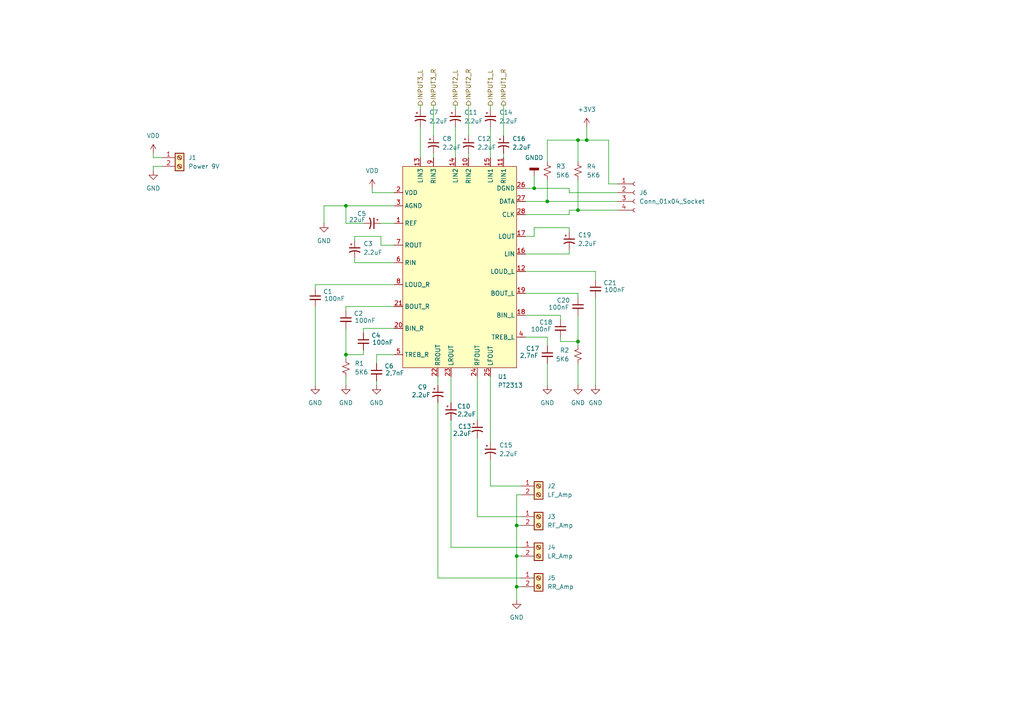
<source format=kicad_sch>
(kicad_sch (version 20250114) (generator "eeschema") (generator_version "9.0")
  (paper "A4")
  (lib_symbols
    (symbol "Connector:Conn_01x04_Socket" (pin_names (offset 1.016) (hide yes))
      (property "Reference" "J" (at 0 5.08 0))
      (property "Value" "Conn_01x04_Socket" (at 0 -7.62 0))
      (symbol "Conn_01x04_Socket_1_1"
        (polyline (pts (xy -1.27 2.54) (xy -0.508 2.54)) (stroke (width 0.1524)))
        (polyline (pts (xy -1.27 0) (xy -0.508 0)) (stroke (width 0.1524)))
        (polyline (pts (xy -1.27 -2.54) (xy -0.508 -2.54)) (stroke (width 0.1524)))
        (polyline (pts (xy -1.27 -5.08) (xy -0.508 -5.08)) (stroke (width 0.1524)))
        (arc (start 0 2.032) (mid -0.5058 2.54) (end 0 3.048) (stroke (width 0.1524)))
        (arc (start 0 -0.508) (mid -0.5058 0) (end 0 0.508) (stroke (width 0.1524)))
        (arc (start 0 -3.048) (mid -0.5058 -2.54) (end 0 -2.032) (stroke (width 0.1524)))
        (arc (start 0 -5.588) (mid -0.5058 -5.08) (end 0 -4.572) (stroke (width 0.1524)))
        (pin passive line (at -5.08 2.54 0) (length 3.81) (name "Pin_1") (number "1"))
        (pin passive line (at -5.08 0 0) (length 3.81) (name "Pin_2") (number "2"))
        (pin passive line (at -5.08 -2.54 0) (length 3.81) (name "Pin_3") (number "3"))
        (pin passive line (at -5.08 -5.08 0) (length 3.81) (name "Pin_4") (number "4"))
      )
    )
    (symbol "Connector:Screw_Terminal_01x02" (pin_names (offset 1.016) (hide yes))
      (property "Reference" "J" (at 0 2.54 0))
      (property "Value" "Screw_Terminal_01x02" (at 0 -5.08 0))
      (symbol "Screw_Terminal_01x02_1_1"
        (rectangle (start -1.27 1.27) (end 1.27 -3.81) (stroke (width 0.254)) (fill (type background)))
        (polyline (pts (xy -0.5334 0.3302) (xy 0.3302 -0.508)) (stroke (width 0.1524)))
        (polyline (pts (xy -0.5334 -2.2098) (xy 0.3302 -3.048)) (stroke (width 0.1524)))
        (polyline (pts (xy -0.3556 0.508) (xy 0.508 -0.3302)) (stroke (width 0.1524)))
        (polyline (pts (xy -0.3556 -2.032) (xy 0.508 -2.8702)) (stroke (width 0.1524)))
        (circle (center 0 0) (radius 0.635) (stroke (width 0.1524)))
        (circle (center 0 -2.54) (radius 0.635) (stroke (width 0.1524)))
        (pin passive line (at -5.08 0 0) (length 3.81) (name "Pin_1") (number "1"))
        (pin passive line (at -5.08 -2.54 0) (length 3.81) (name "Pin_2") (number "2"))
      )
    )
    (symbol "Device:C_Polarized_Small_US" (pin_numbers (hide yes)) (pin_names (offset 0.254) (hide yes))
      (property "Reference" "C" (at 0.254 1.778 0))
      (property "Value" "C_Polarized_Small_US" (at 0.254 -2.032 0))
      (symbol "C_Polarized_Small_US_0_1"
        (polyline (pts (xy -1.524 0.508) (xy 1.524 0.508)) (stroke (width 0.3048)))
        (polyline (pts (xy -1.27 1.524) (xy -0.762 1.524)))
        (polyline (pts (xy -1.016 1.27) (xy -1.016 1.778)))
        (arc (start -1.524 -0.762) (mid 0 -0.3734) (end 1.524 -0.762) (stroke (width 0.3048)))
      )
      (symbol "C_Polarized_Small_US_1_1"
        (pin passive line (at 0 2.54 270) (length 2.032) (name "~") (number "1"))
        (pin passive line (at 0 -2.54 90) (length 2.032) (name "~") (number "2"))
      )
    )
    (symbol "Device:C_Small" (pin_numbers (hide yes)) (pin_names (offset 0.254) (hide yes))
      (property "Reference" "C" (at 0.254 1.778 0))
      (property "Value" "C_Small" (at 0.254 -2.032 0))
      (symbol "C_Small_0_1"
        (polyline (pts (xy -1.524 0.508) (xy 1.524 0.508)) (stroke (width 0.3048)))
        (polyline (pts (xy -1.524 -0.508) (xy 1.524 -0.508)) (stroke (width 0.3302)))
      )
      (symbol "C_Small_1_1"
        (pin passive line (at 0 2.54 270) (length 2.032) (name "~") (number "1"))
        (pin passive line (at 0 -2.54 90) (length 2.032) (name "~") (number "2"))
      )
    )
    (symbol "Device:R_Small_US" (pin_numbers (hide yes)) (pin_names (offset 0.254) (hide yes))
      (property "Reference" "R" (at 0.762 0.508 0))
      (property "Value" "R_Small_US" (at 0.762 -1.016 0))
      (symbol "R_Small_US_1_1"
        (polyline (pts (xy 0 1.524) (xy 1.016 1.143) (xy 0 0.762) (xy -1.016 0.381) (xy 0 0)))
        (polyline (pts (xy 0 0) (xy 1.016 -0.381) (xy 0 -0.762) (xy -1.016 -1.143) (xy 0 -1.524)))
        (pin passive line (at 0 2.54 270) (length 1.016) (name "~") (number "1"))
        (pin passive line (at 0 -2.54 90) (length 1.016) (name "~") (number "2"))
      )
    )
    (symbol "PT2313L:PT2313"
      (property "Reference" "U2" (at 11.0333 -31.75 0))
      (property "Value" "PT2313" (at 11.0333 -34.29 0))
      (symbol "PT2313_1_1"
        (rectangle (start -16.51 29.21) (end 16.51 -29.21) (fill (type background)))
        (pin input line (at -19.05 21.59 0) (length 2.54) (name "VDD") (number "2"))
        (pin input line (at -19.05 17.78 0) (length 2.54) (name "AGND") (number "3"))
        (pin input line (at -19.05 12.7 0) (length 2.54) (name "REF") (number "1"))
        (pin output line (at -19.05 6.35 0) (length 2.54) (name "ROUT") (number "7"))
        (pin input line (at -19.05 1.27 0) (length 2.54) (name "RIN") (number "6"))
        (pin input line (at -19.05 -5.08 0) (length 2.54) (name "LOUD_R") (number "8"))
        (pin input line (at -19.05 -11.43 0) (length 2.54) (name "BOUT_R") (number "21"))
        (pin input line (at -19.05 -17.78 0) (length 2.54) (name "BIN_R") (number "20"))
        (pin input line (at -19.05 -25.4 0) (length 2.54) (name "TREB_R") (number "5"))
        (pin input line (at -11.43 31.75 270) (length 2.54) (name "LIN3") (number "13"))
        (pin input line (at -7.62 31.75 270) (length 2.54) (name "RIN3") (number "9"))
        (pin input line (at -6.35 -31.75 90) (length 2.54) (name "RROUT") (number "22"))
        (pin input line (at -2.54 -31.75 90) (length 2.54) (name "LROUT") (number "23"))
        (pin input line (at -1.27 31.75 270) (length 2.54) (name "LIN2") (number "14"))
        (pin input line (at 2.54 31.75 270) (length 2.54) (name "RIN2") (number "10"))
        (pin input line (at 5.08 -31.75 90) (length 2.54) (name "RFOUT") (number "24"))
        (pin input line (at 8.89 31.75 270) (length 2.54) (name "LIN1") (number "15"))
        (pin input line (at 8.89 -31.75 90) (length 2.54) (name "LFOUT") (number "25"))
        (pin input line (at 12.7 31.75 270) (length 2.54) (name "RIN1") (number "11"))
        (pin input line (at 19.05 22.86 180) (length 2.54) (name "DGND") (number "26"))
        (pin input line (at 19.05 19.05 180) (length 2.54) (name "DATA") (number "27"))
        (pin input line (at 19.05 15.24 180) (length 2.54) (name "CLK") (number "28"))
        (pin input line (at 19.05 8.89 180) (length 2.54) (name "LOUT") (number "17"))
        (pin input line (at 19.05 3.81 180) (length 2.54) (name "LIN") (number "16"))
        (pin input line (at 19.05 -1.27 180) (length 2.54) (name "LOUD_L") (number "12"))
        (pin input line (at 19.05 -7.62 180) (length 2.54) (name "BOUT_L") (number "19"))
        (pin input line (at 19.05 -13.97 180) (length 2.54) (name "BIN_L") (number "18"))
        (pin input line (at 19.05 -20.32 180) (length 2.54) (name "TREB_L") (number "4"))
      )
    )
    (symbol "power:+3V3" (power) (pin_numbers (hide yes)) (pin_names (offset 0) (hide yes))
      (property "Value" "+3V3" (at 0 3.556 0))
      (symbol "+3V3_0_1"
        (polyline (pts (xy -0.762 1.27) (xy 0 2.54)))
        (polyline (pts (xy 0 2.54) (xy 0.762 1.27)))
        (polyline (pts (xy 0 0) (xy 0 2.54)))
      )
      (symbol "+3V3_1_1"
        (pin power_in line (at 0 0 90) (length 0) (name "~") (number "1"))
      )
    )
    (symbol "power:GND" (power) (pin_numbers (hide yes)) (pin_names (offset 0) (hide yes))
      (property "Value" "GND" (at 0 -3.81 0))
      (symbol "GND_0_1"
        (polyline (pts (xy 0 0) (xy 0 -1.27) (xy 1.27 -1.27) (xy 0 -2.54) (xy -1.27 -1.27) (xy 0 -1.27)))
      )
      (symbol "GND_1_1"
        (pin power_in line (at 0 0 270) (length 0) (name "~") (number "1"))
      )
    )
    (symbol "power:GNDD" (power) (pin_numbers (hide yes)) (pin_names (offset 0) (hide yes))
      (property "Value" "GNDD" (at 0 -3.175 0))
      (symbol "GNDD_0_1"
        (rectangle (start -1.27 -1.524) (end 1.27 -2.032) (stroke (width 0.254)) (fill (type outline)))
        (polyline (pts (xy 0 0) (xy 0 -1.524)))
      )
      (symbol "GNDD_1_1"
        (pin power_in line (at 0 0 270) (length 0) (name "~") (number "1"))
      )
    )
    (symbol "power:VDD" (power) (pin_numbers (hide yes)) (pin_names (offset 0) (hide yes))
      (property "Value" "VDD" (at 0 3.556 0))
      (symbol "VDD_0_1"
        (polyline (pts (xy -0.762 1.27) (xy 0 2.54)))
        (polyline (pts (xy 0 2.54) (xy 0.762 1.27)))
        (polyline (pts (xy 0 0) (xy 0 2.54)))
      )
      (symbol "VDD_1_1"
        (pin power_in line (at 0 0 90) (length 0) (name "~") (number "1"))
      )
    )
  )
  (junction (at 154.94 54.61))
  (junction (at 149.86 170.18))
  (junction (at 149.86 161.29))
  (junction (at 167.64 40.64))
  (junction (at 100.33 102.87))
  (junction (at 167.64 99.06))
  (junction (at 100.33 59.69))
  (junction (at 170.18 40.64))
  (junction (at 158.75 58.42))
  (junction (at 149.86 152.4))
  (junction (at 167.64 60.96))
  (wire (pts (xy 110.49 71.12) (xy 114.3 71.12)))
  (wire (pts (xy 138.43 127) (xy 138.43 149.86)))
  (wire (pts (xy 127 167.64) (xy 151.13 167.64)))
  (wire (pts (xy 130.81 121.92) (xy 130.81 158.75)))
  (wire (pts (xy 167.64 85.09) (xy 167.64 86.36)))
  (wire (pts (xy 149.86 143.51) (xy 149.86 152.4)))
  (wire (pts (xy 149.86 152.4) (xy 149.86 161.29)))
  (wire (pts (xy 170.18 36.83) (xy 170.18 40.64)))
  (wire (pts (xy 91.44 82.55) (xy 91.44 83.82)))
  (wire (pts (xy 91.44 88.9) (xy 91.44 111.76)))
  (wire (pts (xy 135.89 44.45) (xy 135.89 45.72)))
  (wire (pts (xy 158.75 40.64) (xy 167.64 40.64)))
  (wire (pts (xy 105.41 64.77) (xy 100.33 64.77)))
  (wire (pts (xy 100.33 102.87) (xy 105.41 102.87)))
  (wire (pts (xy 149.86 143.51) (xy 151.13 143.51)))
  (wire (pts (xy 151.13 152.4) (xy 149.86 152.4)))
  (wire (pts (xy 158.75 46.99) (xy 158.75 40.64)))
  (wire (pts (xy 138.43 109.22) (xy 138.43 121.92)))
  (wire (pts (xy 91.44 82.55) (xy 114.3 82.55)))
  (wire (pts (xy 125.73 44.45) (xy 125.73 45.72)))
  (wire (pts (xy 100.33 95.25) (xy 100.33 102.87)))
  (wire (pts (xy 100.33 102.87) (xy 100.33 104.14)))
  (wire (pts (xy 167.64 105.41) (xy 167.64 111.76)))
  (wire (pts (xy 105.41 101.6) (xy 105.41 102.87)))
  (wire (pts (xy 167.64 40.64) (xy 170.18 40.64)))
  (wire (pts (xy 172.72 86.36) (xy 172.72 111.76)))
  (wire (pts (xy 44.45 44.45) (xy 44.45 45.72)))
  (wire (pts (xy 154.94 54.61) (xy 152.4 54.61)))
  (wire (pts (xy 130.81 109.22) (xy 130.81 116.84)))
  (wire (pts (xy 158.75 58.42) (xy 179.07 58.42)))
  (wire (pts (xy 165.1 67.31) (xy 165.1 66.04)))
  (wire (pts (xy 167.64 40.64) (xy 167.64 46.99)))
  (wire (pts (xy 152.4 58.42) (xy 158.75 58.42)))
  (wire (pts (xy 154.94 68.58) (xy 154.94 66.04)))
  (wire (pts (xy 138.43 149.86) (xy 151.13 149.86)))
  (wire (pts (xy 109.22 105.41) (xy 109.22 102.87)))
  (wire (pts (xy 121.92 36.83) (xy 121.92 45.72)))
  (wire (pts (xy 100.33 88.9) (xy 100.33 90.17)))
  (wire (pts (xy 149.86 161.29) (xy 149.86 170.18)))
  (wire (pts (xy 158.75 105.41) (xy 158.75 111.76)))
  (wire (pts (xy 127 109.22) (xy 127 111.76)))
  (wire (pts (xy 167.64 91.44) (xy 167.64 99.06)))
  (wire (pts (xy 167.64 60.96) (xy 179.07 60.96)))
  (wire (pts (xy 114.3 88.9) (xy 100.33 88.9)))
  (wire (pts (xy 167.64 99.06) (xy 167.64 100.33)))
  (wire (pts (xy 162.56 91.44) (xy 162.56 92.71)))
  (wire (pts (xy 93.98 59.69) (xy 100.33 59.69)))
  (wire (pts (xy 176.53 40.64) (xy 176.53 53.34)))
  (wire (pts (xy 107.95 55.88) (xy 107.95 54.61)))
  (wire (pts (xy 132.08 36.83) (xy 132.08 45.72)))
  (wire (pts (xy 44.45 48.26) (xy 44.45 49.53)))
  (wire (pts (xy 152.4 78.74) (xy 172.72 78.74)))
  (wire (pts (xy 142.24 109.22) (xy 142.24 128.27)))
  (wire (pts (xy 152.4 91.44) (xy 162.56 91.44)))
  (wire (pts (xy 114.3 76.2) (xy 102.87 76.2)))
  (wire (pts (xy 110.49 71.12) (xy 110.49 68.58)))
  (wire (pts (xy 152.4 62.23) (xy 165.1 62.23)))
  (wire (pts (xy 149.86 170.18) (xy 151.13 170.18)))
  (wire (pts (xy 132.08 30.48) (xy 132.08 31.75)))
  (wire (pts (xy 149.86 170.18) (xy 149.86 173.99)))
  (wire (pts (xy 154.94 54.61) (xy 165.1 54.61)))
  (wire (pts (xy 142.24 133.35) (xy 142.24 140.97)))
  (wire (pts (xy 130.81 158.75) (xy 151.13 158.75)))
  (wire (pts (xy 102.87 68.58) (xy 110.49 68.58)))
  (wire (pts (xy 44.45 45.72) (xy 46.99 45.72)))
  (wire (pts (xy 121.92 30.48) (xy 121.92 31.75)))
  (wire (pts (xy 93.98 64.77) (xy 93.98 59.69)))
  (wire (pts (xy 102.87 76.2) (xy 102.87 74.93)))
  (wire (pts (xy 109.22 102.87) (xy 114.3 102.87)))
  (wire (pts (xy 152.4 85.09) (xy 167.64 85.09)))
  (wire (pts (xy 152.4 68.58) (xy 154.94 68.58)))
  (wire (pts (xy 100.33 59.69) (xy 100.33 64.77)))
  (wire (pts (xy 167.64 99.06) (xy 162.56 99.06)))
  (wire (pts (xy 146.05 44.45) (xy 146.05 45.72)))
  (wire (pts (xy 102.87 69.85) (xy 102.87 68.58)))
  (wire (pts (xy 165.1 66.04) (xy 154.94 66.04)))
  (wire (pts (xy 154.94 50.8) (xy 154.94 54.61)))
  (wire (pts (xy 149.86 161.29) (xy 151.13 161.29)))
  (wire (pts (xy 110.49 64.77) (xy 114.3 64.77)))
  (wire (pts (xy 142.24 30.48) (xy 142.24 31.75)))
  (wire (pts (xy 162.56 97.79) (xy 162.56 99.06)))
  (wire (pts (xy 158.75 100.33) (xy 158.75 97.79)))
  (wire (pts (xy 142.24 36.83) (xy 142.24 45.72)))
  (wire (pts (xy 142.24 140.97) (xy 151.13 140.97)))
  (wire (pts (xy 152.4 73.66) (xy 165.1 73.66)))
  (wire (pts (xy 172.72 78.74) (xy 172.72 81.28)))
  (wire (pts (xy 100.33 109.22) (xy 100.33 111.76)))
  (wire (pts (xy 100.33 59.69) (xy 114.3 59.69)))
  (wire (pts (xy 135.89 30.48) (xy 135.89 39.37)))
  (wire (pts (xy 105.41 95.25) (xy 105.41 96.52)))
  (wire (pts (xy 109.22 110.49) (xy 109.22 111.76)))
  (wire (pts (xy 176.53 40.64) (xy 170.18 40.64)))
  (wire (pts (xy 158.75 52.07) (xy 158.75 58.42)))
  (wire (pts (xy 127 116.84) (xy 127 167.64)))
  (wire (pts (xy 152.4 97.79) (xy 158.75 97.79)))
  (wire (pts (xy 176.53 53.34) (xy 179.07 53.34)))
  (wire (pts (xy 125.73 30.48) (xy 125.73 39.37)))
  (wire (pts (xy 107.95 55.88) (xy 114.3 55.88)))
  (wire (pts (xy 165.1 54.61) (xy 165.1 55.88)))
  (wire (pts (xy 114.3 95.25) (xy 105.41 95.25)))
  (wire (pts (xy 165.1 62.23) (xy 165.1 60.96)))
  (wire (pts (xy 46.99 48.26) (xy 44.45 48.26)))
  (wire (pts (xy 146.05 30.48) (xy 146.05 39.37)))
  (wire (pts (xy 165.1 55.88) (xy 179.07 55.88)))
  (wire (pts (xy 165.1 60.96) (xy 167.64 60.96)))
  (wire (pts (xy 167.64 52.07) (xy 167.64 60.96)))
  (wire (pts (xy 165.1 73.66) (xy 165.1 72.39)))
  (hierarchical_label "INPUT1_R" (shape output) (at 146.05 30.48 90))
  (hierarchical_label "INPUT3_L" (shape output) (at 121.92 30.48 90))
  (hierarchical_label "INPUT3_R" (shape output) (at 125.73 30.48 90))
  (hierarchical_label "INPUT2_L" (shape output) (at 132.08 30.48 90))
  (hierarchical_label "INPUT2_R" (shape output) (at 135.89 30.48 90))
  (hierarchical_label "INPUT1_L" (shape output) (at 142.24 30.48 90))
  (symbol (lib_id "power:GND") (at 158.75 111.76 0) (mirror y) (unit 1)
    (property "Reference" "#PWR010" (effects (hide yes)))
    (property "Value" "GND" (at 158.75 116.84 0))
    (property "Description" "Power symbol creates a global label with name \"GND\" , ground" (effects (hide yes)))
  )
  (symbol (lib_id "Device:C_Polarized_Small_US") (at 121.92 34.29 0) (unit 1)
    (property "Reference" "C7" (at 124.46 32.5881 0) (effects (justify left)))
    (property "Value" "2.2uF" (at 124.46 35.1281 0) (effects (justify left)))
    (property "Footprint" "Capacitor_THT:CP_Radial_D8.0mm_P2.50mm" (effects (hide yes)))
    (property "Description" "Polarized capacitor, small US symbol" (effects (hide yes)))
  )
  (symbol (lib_id "power:GNDD") (at 154.94 50.8 180) (unit 1)
    (property "Reference" "#PWR09" (effects (hide yes)))
    (property "Value" "GNDD" (at 154.94 45.72 0))
    (property "Description" "Power symbol creates a global label with name \"GNDD\" , digital ground" (effects (hide yes)))
  )
  (symbol (lib_id "PT2313L:PT2313") (at 133.35 77.47 0) (unit 1)
    (property "Reference" "U1" (at 144.3833 109.22 0) (effects (justify left)))
    (property "Value" "PT2313" (at 144.3833 111.76 0) (effects (justify left)))
    (property "Footprint" "Package_SO:SOIC-28W_7.5x17.9mm_P1.27mm" (effects (hide yes)))
    (property "Datasheet" "kicad-embed://PT2313.pdf" (effects (hide yes)))
    (property "Description" "Audio Processor" (effects (hide yes)))
  )
  (symbol (lib_id "Device:C_Polarized_Small_US") (at 165.1 69.85 0) (unit 1)
    (property "Reference" "C19" (at 167.64 68.1481 0) (effects (justify left)))
    (property "Value" "2.2uF" (at 167.64 70.6881 0) (effects (justify left)))
    (property "Footprint" "Capacitor_THT:CP_Radial_D8.0mm_P2.50mm" (effects (hide yes)))
    (property "Description" "Polarized capacitor, small US symbol" (effects (hide yes)))
  )
  (symbol (lib_id "Device:R_Small_US") (at 167.64 49.53 0) (unit 1)
    (property "Reference" "R4" (at 170.18 48.2599 0) (effects (justify left)))
    (property "Value" "5K6" (at 170.18 50.7999 0) (effects (justify left)))
    (property "Footprint" "Resistor_THT:R_Axial_DIN0207_L6.3mm_D2.5mm_P7.62mm_Horizontal" (effects (hide yes)))
    (property "Description" "Resistor, small US symbol" (effects (hide yes)))
  )
  (symbol (lib_id "Device:C_Small") (at 100.33 92.71 0) (unit 1)
    (property "Reference" "C2" (at 102.616 90.932 0) (effects (justify left)))
    (property "Value" "100nF" (at 102.87 92.964 0) (effects (justify left)))
    (property "Footprint" "Capacitor_THT:C_Disc_D4.3mm_W1.9mm_P5.00mm" (effects (hide yes)))
    (property "Description" "Unpolarized capacitor, small symbol" (effects (hide yes)))
  )
  (symbol (lib_id "Device:C_Polarized_Small_US") (at 132.08 34.29 0) (unit 1)
    (property "Reference" "C11" (at 134.62 32.5881 0) (effects (justify left)))
    (property "Value" "2.2uF" (at 134.62 35.1281 0) (effects (justify left)))
    (property "Footprint" "Capacitor_THT:CP_Radial_D8.0mm_P2.50mm" (effects (hide yes)))
    (property "Description" "Polarized capacitor, small US symbol" (effects (hide yes)))
  )
  (symbol (lib_id "Connector:Screw_Terminal_01x02") (at 156.21 167.64 0) (unit 1)
    (property "Reference" "J5" (at 158.75 167.6399 0) (effects (justify left)))
    (property "Value" "RR_Amp" (at 158.75 170.1799 0) (effects (justify left)))
    (property "Footprint" "TerminalBlock_Phoenix:TerminalBlock_Phoenix_MKDS-1,5-2-5.08_1x02_P5.08mm_Horizontal" (effects (hide yes)))
    (property "Description" "Generic screw terminal, single row, 01x02, script generated (kicad-library-utils/schlib/autogen/connector/)" (effects (hide yes)))
  )
  (symbol (lib_id "Connector:Conn_01x04_Socket") (at 184.15 55.88 0) (unit 1)
    (property "Reference" "J6" (at 185.42 55.8799 0) (effects (justify left)))
    (property "Value" "Conn_01x04_Socket" (at 185.42 58.4199 0) (effects (justify left)))
    (property "Footprint" "Connector_PinSocket_2.54mm:PinSocket_1x04_P2.54mm_Vertical" (effects (hide yes)))
    (property "Description" "Generic connector, single row, 01x04, script generated" (effects (hide yes)))
  )
  (symbol (lib_id "Device:C_Small") (at 162.56 95.25 0) (mirror y) (unit 1)
    (property "Reference" "C18" (at 160.274 93.472 0) (effects (justify left)))
    (property "Value" "100nF" (at 160.02 95.504 0) (effects (justify left)))
    (property "Footprint" "Capacitor_THT:C_Disc_D4.3mm_W1.9mm_P5.00mm" (effects (hide yes)))
    (property "Description" "Unpolarized capacitor, small symbol" (effects (hide yes)))
  )
  (symbol (lib_id "power:GND") (at 93.98 64.77 0) (unit 1)
    (property "Reference" "#PWR04" (effects (hide yes)))
    (property "Value" "GND" (at 93.98 69.85 0))
    (property "Description" "Power symbol creates a global label with name \"GND\" , ground" (effects (hide yes)))
  )
  (symbol (lib_id "Device:C_Polarized_Small_US") (at 138.43 124.46 0) (unit 1)
    (property "Reference" "C13" (at 132.842 123.698 0) (effects (justify left)))
    (property "Value" "2.2uF" (at 131.318 125.73 0) (effects (justify left)))
    (property "Footprint" "Capacitor_THT:CP_Radial_D8.0mm_P2.50mm" (effects (hide yes)))
    (property "Description" "Polarized capacitor, small US symbol" (effects (hide yes)))
  )
  (symbol (lib_id "power:GND") (at 100.33 111.76 0) (unit 1)
    (property "Reference" "#PWR05" (effects (hide yes)))
    (property "Value" "GND" (at 100.33 116.84 0))
    (property "Description" "Power symbol creates a global label with name \"GND\" , ground" (effects (hide yes)))
  )
  (symbol (lib_id "Device:R_Small_US") (at 100.33 106.68 0) (unit 1)
    (property "Reference" "R1" (at 102.87 105.4099 0) (effects (justify left)))
    (property "Value" "5K6" (at 102.87 107.9499 0) (effects (justify left)))
    (property "Footprint" "Resistor_THT:R_Axial_DIN0207_L6.3mm_D2.5mm_P7.62mm_Horizontal" (effects (hide yes)))
    (property "Description" "Resistor, small US symbol" (effects (hide yes)))
  )
  (symbol (lib_id "power:GND") (at 149.86 173.99 0) (unit 1)
    (property "Reference" "#PWR08" (effects (hide yes)))
    (property "Value" "GND" (at 149.86 179.07 0))
    (property "Description" "Power symbol creates a global label with name \"GND\" , ground" (effects (hide yes)))
  )
  (symbol (lib_id "Device:C_Small") (at 172.72 83.82 0) (unit 1)
    (property "Reference" "C21" (at 175.006 82.042 0) (effects (justify left)))
    (property "Value" "100nF" (at 175.26 84.074 0) (effects (justify left)))
    (property "Footprint" "Capacitor_THT:C_Disc_D4.3mm_W1.9mm_P5.00mm" (effects (hide yes)))
    (property "Description" "Unpolarized capacitor, small symbol" (effects (hide yes)))
  )
  (symbol (lib_id "power:+3V3") (at 170.18 36.83 0) (unit 1)
    (property "Reference" "#PWR013" (effects (hide yes)))
    (property "Value" "+3V3" (at 170.18 31.75 0))
    (property "Description" "Power symbol creates a global label with name \"+3V3\"" (effects (hide yes)))
  )
  (symbol (lib_id "Device:C_Polarized_Small_US") (at 135.89 41.91 0) (unit 1)
    (property "Reference" "C12" (at 138.43 40.2081 0) (effects (justify left)))
    (property "Value" "2.2uF" (at 138.43 42.7481 0) (effects (justify left)))
    (property "Footprint" "Capacitor_THT:CP_Radial_D8.0mm_P2.50mm" (effects (hide yes)))
    (property "Description" "Polarized capacitor, small US symbol" (effects (hide yes)))
  )
  (symbol (lib_id "Device:C_Polarized_Small_US") (at 127 114.3 0) (unit 1)
    (property "Reference" "C9" (at 121.158 112.268 0) (effects (justify left)))
    (property "Value" "2.2uF" (at 119.38 114.554 0) (effects (justify left)))
    (property "Footprint" "Capacitor_THT:CP_Radial_D8.0mm_P2.50mm" (effects (hide yes)))
    (property "Description" "Polarized capacitor, small US symbol" (effects (hide yes)))
  )
  (symbol (lib_id "Connector:Screw_Terminal_01x02") (at 156.21 140.97 0) (unit 1)
    (property "Reference" "J2" (at 158.75 140.9699 0) (effects (justify left)))
    (property "Value" "LF_Amp" (at 158.75 143.5099 0) (effects (justify left)))
    (property "Footprint" "TerminalBlock_Phoenix:TerminalBlock_Phoenix_MKDS-1,5-2-5.08_1x02_P5.08mm_Horizontal" (effects (hide yes)))
    (property "Description" "Generic screw terminal, single row, 01x02, script generated (kicad-library-utils/schlib/autogen/connector/)" (effects (hide yes)))
  )
  (symbol (lib_id "power:VDD") (at 107.95 54.61 0) (unit 1)
    (property "Reference" "#PWR06" (effects (hide yes)))
    (property "Value" "VDD" (at 107.95 49.53 0))
    (property "Description" "Power symbol creates a global label with name \"VDD\"" (effects (hide yes)))
  )
  (symbol (lib_id "power:GND") (at 91.44 111.76 0) (unit 1)
    (property "Reference" "#PWR03" (effects (hide yes)))
    (property "Value" "GND" (at 91.44 116.84 0))
    (property "Description" "Power symbol creates a global label with name \"GND\" , ground" (effects (hide yes)))
  )
  (symbol (lib_id "Device:C_Small") (at 91.44 86.36 0) (unit 1)
    (property "Reference" "C1" (at 93.726 84.582 0) (effects (justify left)))
    (property "Value" "100nF" (at 93.98 86.614 0) (effects (justify left)))
    (property "Footprint" "Capacitor_THT:C_Disc_D4.3mm_W1.9mm_P5.00mm" (effects (hide yes)))
    (property "Description" "Unpolarized capacitor, small symbol" (effects (hide yes)))
  )
  (symbol (lib_id "Device:C_Small") (at 109.22 107.95 0) (unit 1)
    (property "Reference" "C6" (at 111.506 106.172 0) (effects (justify left)))
    (property "Value" "2,7nF" (at 111.76 108.204 0) (effects (justify left)))
    (property "Footprint" "Capacitor_THT:C_Disc_D4.3mm_W1.9mm_P5.00mm" (effects (hide yes)))
    (property "Description" "Unpolarized capacitor, small symbol" (effects (hide yes)))
  )
  (symbol (lib_id "Device:C_Polarized_Small_US") (at 142.24 130.81 0) (unit 1)
    (property "Reference" "C15" (at 144.78 129.1081 0) (effects (justify left)))
    (property "Value" "2.2uF" (at 144.78 131.6481 0) (effects (justify left)))
    (property "Footprint" "Capacitor_THT:CP_Radial_D8.0mm_P2.50mm" (effects (hide yes)))
    (property "Description" "Polarized capacitor, small US symbol" (effects (hide yes)))
  )
  (symbol (lib_id "Device:C_Polarized_Small_US") (at 142.24 34.29 0) (unit 1)
    (property "Reference" "C14" (at 144.78 32.5881 0) (effects (justify left)))
    (property "Value" "2.2uF" (at 144.78 35.1281 0) (effects (justify left)))
    (property "Footprint" "Capacitor_THT:CP_Radial_D8.0mm_P2.50mm" (effects (hide yes)))
    (property "Description" "Polarized capacitor, small US symbol" (effects (hide yes)))
  )
  (symbol (lib_id "Device:C_Polarized_Small_US") (at 107.95 64.77 270) (unit 1)
    (property "Reference" "C5" (at 104.902 61.976 90))
    (property "Value" "22uF" (at 103.632 63.754 90))
    (property "Footprint" "Capacitor_THT:CP_Radial_D8.0mm_P2.50mm" (effects (hide yes)))
    (property "Description" "Polarized capacitor, small US symbol" (effects (hide yes)))
  )
  (symbol (lib_id "Connector:Screw_Terminal_01x02") (at 156.21 158.75 0) (unit 1)
    (property "Reference" "J4" (at 158.75 158.7499 0) (effects (justify left)))
    (property "Value" "LR_Amp" (at 158.75 161.2899 0) (effects (justify left)))
    (property "Footprint" "TerminalBlock_Phoenix:TerminalBlock_Phoenix_MKDS-1,5-2-5.08_1x02_P5.08mm_Horizontal" (effects (hide yes)))
    (property "Description" "Generic screw terminal, single row, 01x02, script generated (kicad-library-utils/schlib/autogen/connector/)" (effects (hide yes)))
  )
  (symbol (lib_id "Device:C_Small") (at 167.64 88.9 0) (mirror y) (unit 1)
    (property "Reference" "C20" (at 165.354 87.122 0) (effects (justify left)))
    (property "Value" "100nF" (at 165.1 89.154 0) (effects (justify left)))
    (property "Footprint" "Capacitor_THT:C_Disc_D4.3mm_W1.9mm_P5.00mm" (effects (hide yes)))
    (property "Description" "Unpolarized capacitor, small symbol" (effects (hide yes)))
  )
  (symbol (lib_id "power:GND") (at 167.64 111.76 0) (mirror y) (unit 1)
    (property "Reference" "#PWR011" (effects (hide yes)))
    (property "Value" "GND" (at 167.64 116.84 0))
    (property "Description" "Power symbol creates a global label with name \"GND\" , ground" (effects (hide yes)))
  )
  (symbol (lib_id "Device:C_Polarized_Small_US") (at 146.05 41.91 0) (unit 1)
    (property "Reference" "C16" (at 148.59 40.2081 0) (effects (justify left)))
    (property "Value" "2.2uF" (at 148.59 42.7481 0) (effects (justify left)))
    (property "Footprint" "Capacitor_THT:CP_Radial_D8.0mm_P2.50mm" (effects (hide yes)))
    (property "Description" "Polarized capacitor, small US symbol" (effects (hide yes)))
  )
  (symbol (lib_id "Device:C_Small") (at 158.75 102.87 0) (mirror y) (unit 1)
    (property "Reference" "C17" (at 156.464 101.092 0) (effects (justify left)))
    (property "Value" "2,7nF" (at 156.21 103.124 0) (effects (justify left)))
    (property "Footprint" "Capacitor_THT:C_Disc_D4.3mm_W1.9mm_P5.00mm" (effects (hide yes)))
    (property "Description" "Unpolarized capacitor, small symbol" (effects (hide yes)))
  )
  (symbol (lib_id "Device:C_Polarized_Small_US") (at 125.73 41.91 0) (unit 1)
    (property "Reference" "C8" (at 128.27 40.2081 0) (effects (justify left)))
    (property "Value" "2.2uF" (at 128.27 42.7481 0) (effects (justify left)))
    (property "Footprint" "Capacitor_THT:CP_Radial_D8.0mm_P2.50mm" (effects (hide yes)))
    (property "Description" "Polarized capacitor, small US symbol" (effects (hide yes)))
  )
  (symbol (lib_id "Connector:Screw_Terminal_01x02") (at 156.21 149.86 0) (unit 1)
    (property "Reference" "J3" (at 158.75 149.8599 0) (effects (justify left)))
    (property "Value" "RF_Amp" (at 158.75 152.3999 0) (effects (justify left)))
    (property "Footprint" "TerminalBlock_Phoenix:TerminalBlock_Phoenix_MKDS-1,5-2-5.08_1x02_P5.08mm_Horizontal" (effects (hide yes)))
    (property "Description" "Generic screw terminal, single row, 01x02, script generated (kicad-library-utils/schlib/autogen/connector/)" (effects (hide yes)))
  )
  (symbol (lib_id "Device:R_Small_US") (at 158.75 49.53 0) (unit 1)
    (property "Reference" "R3" (at 161.29 48.2599 0) (effects (justify left)))
    (property "Value" "5K6" (at 161.29 50.7999 0) (effects (justify left)))
    (property "Footprint" "Resistor_THT:R_Axial_DIN0207_L6.3mm_D2.5mm_P7.62mm_Horizontal" (effects (hide yes)))
    (property "Description" "Resistor, small US symbol" (effects (hide yes)))
  )
  (symbol (lib_id "power:GND") (at 109.22 111.76 0) (unit 1)
    (property "Reference" "#PWR07" (effects (hide yes)))
    (property "Value" "GND" (at 109.22 116.84 0))
    (property "Description" "Power symbol creates a global label with name \"GND\" , ground" (effects (hide yes)))
  )
  (symbol (lib_id "Device:C_Polarized_Small_US") (at 130.81 119.38 0) (unit 1)
    (property "Reference" "C10" (at 132.588 117.856 0) (effects (justify left)))
    (property "Value" "2.2uF" (at 132.588 120.142 0) (effects (justify left)))
    (property "Footprint" "Capacitor_THT:CP_Radial_D8.0mm_P2.50mm" (effects (hide yes)))
    (property "Description" "Polarized capacitor, small US symbol" (effects (hide yes)))
  )
  (symbol (lib_id "power:GND") (at 44.45 49.53 0) (unit 1)
    (property "Reference" "#PWR02" (effects (hide yes)))
    (property "Value" "GND" (at 44.45 54.61 0))
    (property "Description" "Power symbol creates a global label with name \"GND\" , ground" (effects (hide yes)))
  )
  (symbol (lib_id "power:VDD") (at 44.45 44.45 0) (unit 1)
    (property "Reference" "#PWR01" (effects (hide yes)))
    (property "Value" "VDD" (at 44.45 39.37 0))
    (property "Description" "Power symbol creates a global label with name \"VDD\"" (effects (hide yes)))
  )
  (symbol (lib_id "Connector:Screw_Terminal_01x02") (at 52.07 45.72 0) (unit 1)
    (property "Reference" "J1" (at 54.61 45.7199 0) (effects (justify left)))
    (property "Value" "Power 9V" (at 54.61 48.2599 0) (effects (justify left)))
    (property "Footprint" "TerminalBlock_Phoenix:TerminalBlock_Phoenix_MKDS-1,5-2-5.08_1x02_P5.08mm_Horizontal" (effects (hide yes)))
    (property "Description" "Generic screw terminal, single row, 01x02, script generated (kicad-library-utils/schlib/autogen/connector/)" (effects (hide yes)))
  )
  (symbol (lib_id "Device:C_Polarized_Small_US") (at 102.87 72.39 0) (unit 1)
    (property "Reference" "C3" (at 105.41 70.6881 0) (effects (justify left)))
    (property "Value" "2.2uF" (at 105.41 73.2281 0) (effects (justify left)))
    (property "Footprint" "Capacitor_THT:CP_Radial_D8.0mm_P2.50mm" (effects (hide yes)))
    (property "Description" "Polarized capacitor, small US symbol" (effects (hide yes)))
  )
  (symbol (lib_id "power:GND") (at 172.72 111.76 0) (unit 1)
    (property "Reference" "#PWR012" (effects (hide yes)))
    (property "Value" "GND" (at 172.72 116.84 0))
    (property "Description" "Power symbol creates a global label with name \"GND\" , ground" (effects (hide yes)))
  )
  (symbol (lib_id "Device:R_Small_US") (at 167.64 102.87 0) (mirror y) (unit 1)
    (property "Reference" "R2" (at 165.1 101.5999 0) (effects (justify left)))
    (property "Value" "5K6" (at 165.1 104.1399 0) (effects (justify left)))
    (property "Footprint" "Resistor_THT:R_Axial_DIN0207_L6.3mm_D2.5mm_P7.62mm_Horizontal" (effects (hide yes)))
    (property "Description" "Resistor, small US symbol" (effects (hide yes)))
  )
  (symbol (lib_id "Device:C_Small") (at 105.41 99.06 0) (unit 1)
    (property "Reference" "C4" (at 107.696 97.282 0) (effects (justify left)))
    (property "Value" "100nF" (at 107.95 99.314 0) (effects (justify left)))
    (property "Footprint" "Capacitor_THT:C_Disc_D4.3mm_W1.9mm_P5.00mm" (effects (hide yes)))
    (property "Description" "Unpolarized capacitor, small symbol" (effects (hide yes)))
  )
)
</source>
